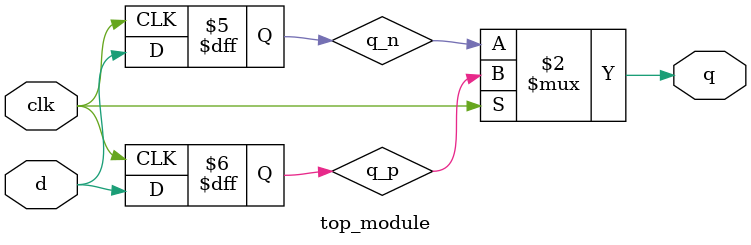
<source format=v>
module top_module (
    input clk,
    input d,
    output q
);
	reg q_p, q_n;
    assign q = (clk == 1'b1) ? q_p : q_n;
    always @(posedge clk) q_p <= d;
    always @(negedge clk) q_n <= d;
    
    
endmodule

</source>
